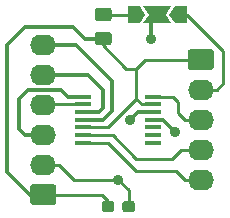
<source format=gtl>
G04 #@! TF.GenerationSoftware,KiCad,Pcbnew,(5.1.5)-3*
G04 #@! TF.CreationDate,2020-04-11T11:45:51+02:00*
G04 #@! TF.ProjectId,CODER-AS5047P,434f4445-522d-4415-9335-303437502e6b,rev?*
G04 #@! TF.SameCoordinates,Original*
G04 #@! TF.FileFunction,Copper,L1,Top*
G04 #@! TF.FilePolarity,Positive*
%FSLAX46Y46*%
G04 Gerber Fmt 4.6, Leading zero omitted, Abs format (unit mm)*
G04 Created by KiCad (PCBNEW (5.1.5)-3) date 2020-04-11 11:45:51*
%MOMM*%
%LPD*%
G04 APERTURE LIST*
%ADD10C,0.100000*%
%ADD11O,2.200000X1.740000*%
%ADD12R,1.450000X0.450000*%
%ADD13C,0.900000*%
%ADD14C,0.250000*%
%ADD15C,0.300000*%
G04 APERTURE END LIST*
G04 #@! TA.AperFunction,SMDPad,CuDef*
D10*
G36*
X180102000Y-105410000D02*
G01*
X179602000Y-106160000D01*
X178602000Y-106160000D01*
X178602000Y-104660000D01*
X179602000Y-104660000D01*
X180102000Y-105410000D01*
G37*
G04 #@! TD.AperFunction*
G04 #@! TA.AperFunction,Conductor*
G36*
X181802000Y-105410000D02*
G01*
X182302000Y-106160000D01*
X179902000Y-106160000D01*
X180402000Y-105410000D01*
X179902000Y-104660000D01*
X182302000Y-104660000D01*
X181802000Y-105410000D01*
G37*
G04 #@! TD.AperFunction*
G04 #@! TA.AperFunction,SMDPad,CuDef*
G36*
X182102000Y-105410000D02*
G01*
X182602000Y-104660000D01*
X183602000Y-104660000D01*
X183602000Y-106160000D01*
X182602000Y-106160000D01*
X182102000Y-105410000D01*
G37*
G04 #@! TD.AperFunction*
G04 #@! TA.AperFunction,SMDPad,CuDef*
G36*
X177004505Y-104818204D02*
G01*
X177028773Y-104821804D01*
X177052572Y-104827765D01*
X177075671Y-104836030D01*
X177097850Y-104846520D01*
X177118893Y-104859132D01*
X177138599Y-104873747D01*
X177156777Y-104890223D01*
X177173253Y-104908401D01*
X177187868Y-104928107D01*
X177200480Y-104949150D01*
X177210970Y-104971329D01*
X177219235Y-104994428D01*
X177225196Y-105018227D01*
X177228796Y-105042495D01*
X177230000Y-105066999D01*
X177230000Y-105717001D01*
X177228796Y-105741505D01*
X177225196Y-105765773D01*
X177219235Y-105789572D01*
X177210970Y-105812671D01*
X177200480Y-105834850D01*
X177187868Y-105855893D01*
X177173253Y-105875599D01*
X177156777Y-105893777D01*
X177138599Y-105910253D01*
X177118893Y-105924868D01*
X177097850Y-105937480D01*
X177075671Y-105947970D01*
X177052572Y-105956235D01*
X177028773Y-105962196D01*
X177004505Y-105965796D01*
X176980001Y-105967000D01*
X176079999Y-105967000D01*
X176055495Y-105965796D01*
X176031227Y-105962196D01*
X176007428Y-105956235D01*
X175984329Y-105947970D01*
X175962150Y-105937480D01*
X175941107Y-105924868D01*
X175921401Y-105910253D01*
X175903223Y-105893777D01*
X175886747Y-105875599D01*
X175872132Y-105855893D01*
X175859520Y-105834850D01*
X175849030Y-105812671D01*
X175840765Y-105789572D01*
X175834804Y-105765773D01*
X175831204Y-105741505D01*
X175830000Y-105717001D01*
X175830000Y-105066999D01*
X175831204Y-105042495D01*
X175834804Y-105018227D01*
X175840765Y-104994428D01*
X175849030Y-104971329D01*
X175859520Y-104949150D01*
X175872132Y-104928107D01*
X175886747Y-104908401D01*
X175903223Y-104890223D01*
X175921401Y-104873747D01*
X175941107Y-104859132D01*
X175962150Y-104846520D01*
X175984329Y-104836030D01*
X176007428Y-104827765D01*
X176031227Y-104821804D01*
X176055495Y-104818204D01*
X176079999Y-104817000D01*
X176980001Y-104817000D01*
X177004505Y-104818204D01*
G37*
G04 #@! TD.AperFunction*
G04 #@! TA.AperFunction,SMDPad,CuDef*
G36*
X177004505Y-106868204D02*
G01*
X177028773Y-106871804D01*
X177052572Y-106877765D01*
X177075671Y-106886030D01*
X177097850Y-106896520D01*
X177118893Y-106909132D01*
X177138599Y-106923747D01*
X177156777Y-106940223D01*
X177173253Y-106958401D01*
X177187868Y-106978107D01*
X177200480Y-106999150D01*
X177210970Y-107021329D01*
X177219235Y-107044428D01*
X177225196Y-107068227D01*
X177228796Y-107092495D01*
X177230000Y-107116999D01*
X177230000Y-107767001D01*
X177228796Y-107791505D01*
X177225196Y-107815773D01*
X177219235Y-107839572D01*
X177210970Y-107862671D01*
X177200480Y-107884850D01*
X177187868Y-107905893D01*
X177173253Y-107925599D01*
X177156777Y-107943777D01*
X177138599Y-107960253D01*
X177118893Y-107974868D01*
X177097850Y-107987480D01*
X177075671Y-107997970D01*
X177052572Y-108006235D01*
X177028773Y-108012196D01*
X177004505Y-108015796D01*
X176980001Y-108017000D01*
X176079999Y-108017000D01*
X176055495Y-108015796D01*
X176031227Y-108012196D01*
X176007428Y-108006235D01*
X175984329Y-107997970D01*
X175962150Y-107987480D01*
X175941107Y-107974868D01*
X175921401Y-107960253D01*
X175903223Y-107943777D01*
X175886747Y-107925599D01*
X175872132Y-107905893D01*
X175859520Y-107884850D01*
X175849030Y-107862671D01*
X175840765Y-107839572D01*
X175834804Y-107815773D01*
X175831204Y-107791505D01*
X175830000Y-107767001D01*
X175830000Y-107116999D01*
X175831204Y-107092495D01*
X175834804Y-107068227D01*
X175840765Y-107044428D01*
X175849030Y-107021329D01*
X175859520Y-106999150D01*
X175872132Y-106978107D01*
X175886747Y-106958401D01*
X175903223Y-106940223D01*
X175921401Y-106923747D01*
X175941107Y-106909132D01*
X175962150Y-106896520D01*
X175984329Y-106886030D01*
X176007428Y-106877765D01*
X176031227Y-106871804D01*
X176055495Y-106868204D01*
X176079999Y-106867000D01*
X176980001Y-106867000D01*
X177004505Y-106868204D01*
G37*
G04 #@! TD.AperFunction*
G04 #@! TA.AperFunction,SMDPad,CuDef*
G36*
X177235779Y-121192144D02*
G01*
X177258834Y-121195563D01*
X177281443Y-121201227D01*
X177303387Y-121209079D01*
X177324457Y-121219044D01*
X177344448Y-121231026D01*
X177363168Y-121244910D01*
X177380438Y-121260562D01*
X177396090Y-121277832D01*
X177409974Y-121296552D01*
X177421956Y-121316543D01*
X177431921Y-121337613D01*
X177439773Y-121359557D01*
X177445437Y-121382166D01*
X177448856Y-121405221D01*
X177450000Y-121428500D01*
X177450000Y-121903500D01*
X177448856Y-121926779D01*
X177445437Y-121949834D01*
X177439773Y-121972443D01*
X177431921Y-121994387D01*
X177421956Y-122015457D01*
X177409974Y-122035448D01*
X177396090Y-122054168D01*
X177380438Y-122071438D01*
X177363168Y-122087090D01*
X177344448Y-122100974D01*
X177324457Y-122112956D01*
X177303387Y-122122921D01*
X177281443Y-122130773D01*
X177258834Y-122136437D01*
X177235779Y-122139856D01*
X177212500Y-122141000D01*
X176637500Y-122141000D01*
X176614221Y-122139856D01*
X176591166Y-122136437D01*
X176568557Y-122130773D01*
X176546613Y-122122921D01*
X176525543Y-122112956D01*
X176505552Y-122100974D01*
X176486832Y-122087090D01*
X176469562Y-122071438D01*
X176453910Y-122054168D01*
X176440026Y-122035448D01*
X176428044Y-122015457D01*
X176418079Y-121994387D01*
X176410227Y-121972443D01*
X176404563Y-121949834D01*
X176401144Y-121926779D01*
X176400000Y-121903500D01*
X176400000Y-121428500D01*
X176401144Y-121405221D01*
X176404563Y-121382166D01*
X176410227Y-121359557D01*
X176418079Y-121337613D01*
X176428044Y-121316543D01*
X176440026Y-121296552D01*
X176453910Y-121277832D01*
X176469562Y-121260562D01*
X176486832Y-121244910D01*
X176505552Y-121231026D01*
X176525543Y-121219044D01*
X176546613Y-121209079D01*
X176568557Y-121201227D01*
X176591166Y-121195563D01*
X176614221Y-121192144D01*
X176637500Y-121191000D01*
X177212500Y-121191000D01*
X177235779Y-121192144D01*
G37*
G04 #@! TD.AperFunction*
G04 #@! TA.AperFunction,SMDPad,CuDef*
G36*
X178985779Y-121192144D02*
G01*
X179008834Y-121195563D01*
X179031443Y-121201227D01*
X179053387Y-121209079D01*
X179074457Y-121219044D01*
X179094448Y-121231026D01*
X179113168Y-121244910D01*
X179130438Y-121260562D01*
X179146090Y-121277832D01*
X179159974Y-121296552D01*
X179171956Y-121316543D01*
X179181921Y-121337613D01*
X179189773Y-121359557D01*
X179195437Y-121382166D01*
X179198856Y-121405221D01*
X179200000Y-121428500D01*
X179200000Y-121903500D01*
X179198856Y-121926779D01*
X179195437Y-121949834D01*
X179189773Y-121972443D01*
X179181921Y-121994387D01*
X179171956Y-122015457D01*
X179159974Y-122035448D01*
X179146090Y-122054168D01*
X179130438Y-122071438D01*
X179113168Y-122087090D01*
X179094448Y-122100974D01*
X179074457Y-122112956D01*
X179053387Y-122122921D01*
X179031443Y-122130773D01*
X179008834Y-122136437D01*
X178985779Y-122139856D01*
X178962500Y-122141000D01*
X178387500Y-122141000D01*
X178364221Y-122139856D01*
X178341166Y-122136437D01*
X178318557Y-122130773D01*
X178296613Y-122122921D01*
X178275543Y-122112956D01*
X178255552Y-122100974D01*
X178236832Y-122087090D01*
X178219562Y-122071438D01*
X178203910Y-122054168D01*
X178190026Y-122035448D01*
X178178044Y-122015457D01*
X178168079Y-121994387D01*
X178160227Y-121972443D01*
X178154563Y-121949834D01*
X178151144Y-121926779D01*
X178150000Y-121903500D01*
X178150000Y-121428500D01*
X178151144Y-121405221D01*
X178154563Y-121382166D01*
X178160227Y-121359557D01*
X178168079Y-121337613D01*
X178178044Y-121316543D01*
X178190026Y-121296552D01*
X178203910Y-121277832D01*
X178219562Y-121260562D01*
X178236832Y-121244910D01*
X178255552Y-121231026D01*
X178275543Y-121219044D01*
X178296613Y-121209079D01*
X178318557Y-121201227D01*
X178341166Y-121195563D01*
X178364221Y-121192144D01*
X178387500Y-121191000D01*
X178962500Y-121191000D01*
X178985779Y-121192144D01*
G37*
G04 #@! TD.AperFunction*
G04 #@! TA.AperFunction,ComponentPad*
G36*
X185659505Y-108351204D02*
G01*
X185683773Y-108354804D01*
X185707572Y-108360765D01*
X185730671Y-108369030D01*
X185752850Y-108379520D01*
X185773893Y-108392132D01*
X185793599Y-108406747D01*
X185811777Y-108423223D01*
X185828253Y-108441401D01*
X185842868Y-108461107D01*
X185855480Y-108482150D01*
X185865970Y-108504329D01*
X185874235Y-108527428D01*
X185880196Y-108551227D01*
X185883796Y-108575495D01*
X185885000Y-108599999D01*
X185885000Y-109840001D01*
X185883796Y-109864505D01*
X185880196Y-109888773D01*
X185874235Y-109912572D01*
X185865970Y-109935671D01*
X185855480Y-109957850D01*
X185842868Y-109978893D01*
X185828253Y-109998599D01*
X185811777Y-110016777D01*
X185793599Y-110033253D01*
X185773893Y-110047868D01*
X185752850Y-110060480D01*
X185730671Y-110070970D01*
X185707572Y-110079235D01*
X185683773Y-110085196D01*
X185659505Y-110088796D01*
X185635001Y-110090000D01*
X183934999Y-110090000D01*
X183910495Y-110088796D01*
X183886227Y-110085196D01*
X183862428Y-110079235D01*
X183839329Y-110070970D01*
X183817150Y-110060480D01*
X183796107Y-110047868D01*
X183776401Y-110033253D01*
X183758223Y-110016777D01*
X183741747Y-109998599D01*
X183727132Y-109978893D01*
X183714520Y-109957850D01*
X183704030Y-109935671D01*
X183695765Y-109912572D01*
X183689804Y-109888773D01*
X183686204Y-109864505D01*
X183685000Y-109840001D01*
X183685000Y-108599999D01*
X183686204Y-108575495D01*
X183689804Y-108551227D01*
X183695765Y-108527428D01*
X183704030Y-108504329D01*
X183714520Y-108482150D01*
X183727132Y-108461107D01*
X183741747Y-108441401D01*
X183758223Y-108423223D01*
X183776401Y-108406747D01*
X183796107Y-108392132D01*
X183817150Y-108379520D01*
X183839329Y-108369030D01*
X183862428Y-108360765D01*
X183886227Y-108354804D01*
X183910495Y-108351204D01*
X183934999Y-108350000D01*
X185635001Y-108350000D01*
X185659505Y-108351204D01*
G37*
G04 #@! TD.AperFunction*
D11*
X184785000Y-111760000D03*
X184785000Y-114300000D03*
X184785000Y-116840000D03*
X184785000Y-119380000D03*
G04 #@! TA.AperFunction,ComponentPad*
D10*
G36*
X172324505Y-119781204D02*
G01*
X172348773Y-119784804D01*
X172372572Y-119790765D01*
X172395671Y-119799030D01*
X172417850Y-119809520D01*
X172438893Y-119822132D01*
X172458599Y-119836747D01*
X172476777Y-119853223D01*
X172493253Y-119871401D01*
X172507868Y-119891107D01*
X172520480Y-119912150D01*
X172530970Y-119934329D01*
X172539235Y-119957428D01*
X172545196Y-119981227D01*
X172548796Y-120005495D01*
X172550000Y-120029999D01*
X172550000Y-121270001D01*
X172548796Y-121294505D01*
X172545196Y-121318773D01*
X172539235Y-121342572D01*
X172530970Y-121365671D01*
X172520480Y-121387850D01*
X172507868Y-121408893D01*
X172493253Y-121428599D01*
X172476777Y-121446777D01*
X172458599Y-121463253D01*
X172438893Y-121477868D01*
X172417850Y-121490480D01*
X172395671Y-121500970D01*
X172372572Y-121509235D01*
X172348773Y-121515196D01*
X172324505Y-121518796D01*
X172300001Y-121520000D01*
X170599999Y-121520000D01*
X170575495Y-121518796D01*
X170551227Y-121515196D01*
X170527428Y-121509235D01*
X170504329Y-121500970D01*
X170482150Y-121490480D01*
X170461107Y-121477868D01*
X170441401Y-121463253D01*
X170423223Y-121446777D01*
X170406747Y-121428599D01*
X170392132Y-121408893D01*
X170379520Y-121387850D01*
X170369030Y-121365671D01*
X170360765Y-121342572D01*
X170354804Y-121318773D01*
X170351204Y-121294505D01*
X170350000Y-121270001D01*
X170350000Y-120029999D01*
X170351204Y-120005495D01*
X170354804Y-119981227D01*
X170360765Y-119957428D01*
X170369030Y-119934329D01*
X170379520Y-119912150D01*
X170392132Y-119891107D01*
X170406747Y-119871401D01*
X170423223Y-119853223D01*
X170441401Y-119836747D01*
X170461107Y-119822132D01*
X170482150Y-119809520D01*
X170504329Y-119799030D01*
X170527428Y-119790765D01*
X170551227Y-119784804D01*
X170575495Y-119781204D01*
X170599999Y-119780000D01*
X172300001Y-119780000D01*
X172324505Y-119781204D01*
G37*
G04 #@! TD.AperFunction*
D11*
X171450000Y-118110000D03*
X171450000Y-115570000D03*
X171450000Y-113030000D03*
X171450000Y-110490000D03*
X171450000Y-107950000D03*
D12*
X174850000Y-112350000D03*
X174850000Y-113000000D03*
X174850000Y-113650000D03*
X174850000Y-114300000D03*
X174850000Y-114950000D03*
X174850000Y-115600000D03*
X174850000Y-116250000D03*
X180750000Y-116250000D03*
X180750000Y-115600000D03*
X180750000Y-114950000D03*
X180750000Y-114300000D03*
X180750000Y-113650000D03*
X180750000Y-113000000D03*
X180750000Y-112350000D03*
D13*
X177800000Y-119380000D03*
X182626000Y-115316000D03*
X178816000Y-114300000D03*
X180594000Y-107442000D03*
D14*
X176548000Y-105410000D02*
X176530000Y-105392000D01*
X179102000Y-105410000D02*
X176548000Y-105410000D01*
X179775000Y-113000000D02*
X179324000Y-112549000D01*
X180750000Y-113000000D02*
X179775000Y-113000000D01*
X179324000Y-112549000D02*
X179324000Y-109982000D01*
X180086000Y-109220000D02*
X184785000Y-109220000D01*
X179324000Y-109982000D02*
X180086000Y-109220000D01*
X176923000Y-114950000D02*
X179324000Y-112549000D01*
X174850000Y-114950000D02*
X176923000Y-114950000D01*
X176925000Y-121191000D02*
X176925000Y-121666000D01*
X176384000Y-120650000D02*
X176925000Y-121191000D01*
X171450000Y-120650000D02*
X176384000Y-120650000D01*
X178495000Y-109982000D02*
X179324000Y-109982000D01*
X176530000Y-108017000D02*
X178495000Y-109982000D01*
X176530000Y-107442000D02*
X176530000Y-108017000D01*
D15*
X170350000Y-120650000D02*
X168402000Y-118702000D01*
X171450000Y-120650000D02*
X170350000Y-120650000D01*
X168402000Y-118702000D02*
X168402000Y-107950000D01*
X168402000Y-107950000D02*
X169926000Y-106426000D01*
X169926000Y-106426000D02*
X173990000Y-106426000D01*
X175006000Y-107442000D02*
X176530000Y-107442000D01*
X173990000Y-106426000D02*
X175006000Y-107442000D01*
D14*
X172800000Y-118110000D02*
X174070000Y-119380000D01*
X171450000Y-118110000D02*
X172800000Y-118110000D01*
X174070000Y-119380000D02*
X177800000Y-119380000D01*
X178675000Y-120255000D02*
X178675000Y-121666000D01*
X177800000Y-119380000D02*
X178675000Y-120255000D01*
X183602000Y-105410000D02*
X186690000Y-108498000D01*
X183102000Y-105410000D02*
X183602000Y-105410000D01*
X186135000Y-111760000D02*
X184785000Y-111760000D01*
X186690000Y-111205000D02*
X186135000Y-111760000D01*
X186690000Y-108498000D02*
X186690000Y-111205000D01*
D15*
X180750000Y-114300000D02*
X181610000Y-114300000D01*
X181610000Y-114300000D02*
X182626000Y-115316000D01*
D14*
X180750000Y-112350000D02*
X182454000Y-112350000D01*
X182454000Y-112350000D02*
X182880000Y-112776000D01*
X183435000Y-114300000D02*
X184785000Y-114300000D01*
X182880000Y-113745000D02*
X183435000Y-114300000D01*
X182880000Y-112776000D02*
X182880000Y-113745000D01*
X183134000Y-116840000D02*
X184785000Y-116840000D01*
X182372000Y-117602000D02*
X183134000Y-116840000D01*
X177322000Y-115600000D02*
X179324000Y-117602000D01*
X174850000Y-115600000D02*
X177322000Y-115600000D01*
X179324000Y-117602000D02*
X182372000Y-117602000D01*
X182673000Y-118618000D02*
X183435000Y-119380000D01*
X179324000Y-118618000D02*
X182673000Y-118618000D01*
X176956000Y-116250000D02*
X179324000Y-118618000D01*
X183435000Y-119380000D02*
X184785000Y-119380000D01*
X174850000Y-116250000D02*
X176956000Y-116250000D01*
D15*
X174850000Y-112350000D02*
X173564000Y-112350000D01*
X173564000Y-112350000D02*
X172974000Y-111760000D01*
X172974000Y-111760000D02*
X170180000Y-111760000D01*
X170180000Y-111760000D02*
X169418000Y-112522000D01*
X169418000Y-112522000D02*
X169418000Y-115062000D01*
X169926000Y-115570000D02*
X171450000Y-115570000D01*
X169418000Y-115062000D02*
X169926000Y-115570000D01*
D14*
X171480000Y-113000000D02*
X171450000Y-113030000D01*
X174850000Y-113000000D02*
X171480000Y-113000000D01*
D15*
X171450000Y-110490000D02*
X175260000Y-110490000D01*
X175260000Y-110490000D02*
X176530000Y-111760000D01*
X176530000Y-111760000D02*
X176530000Y-113284000D01*
X176164000Y-113650000D02*
X174850000Y-113650000D01*
X176530000Y-113284000D02*
X176164000Y-113650000D01*
X176530000Y-114300000D02*
X177292000Y-113538000D01*
X174850000Y-114300000D02*
X176530000Y-114300000D01*
X171450000Y-107950000D02*
X174244000Y-107950000D01*
X177292000Y-110998000D02*
X177292000Y-113538000D01*
X174244000Y-107950000D02*
X177292000Y-110998000D01*
X180750000Y-113650000D02*
X179466000Y-113650000D01*
X179466000Y-113650000D02*
X178816000Y-114300000D01*
X180594000Y-105918000D02*
X181102000Y-105410000D01*
X180594000Y-107442000D02*
X180594000Y-105918000D01*
M02*

</source>
